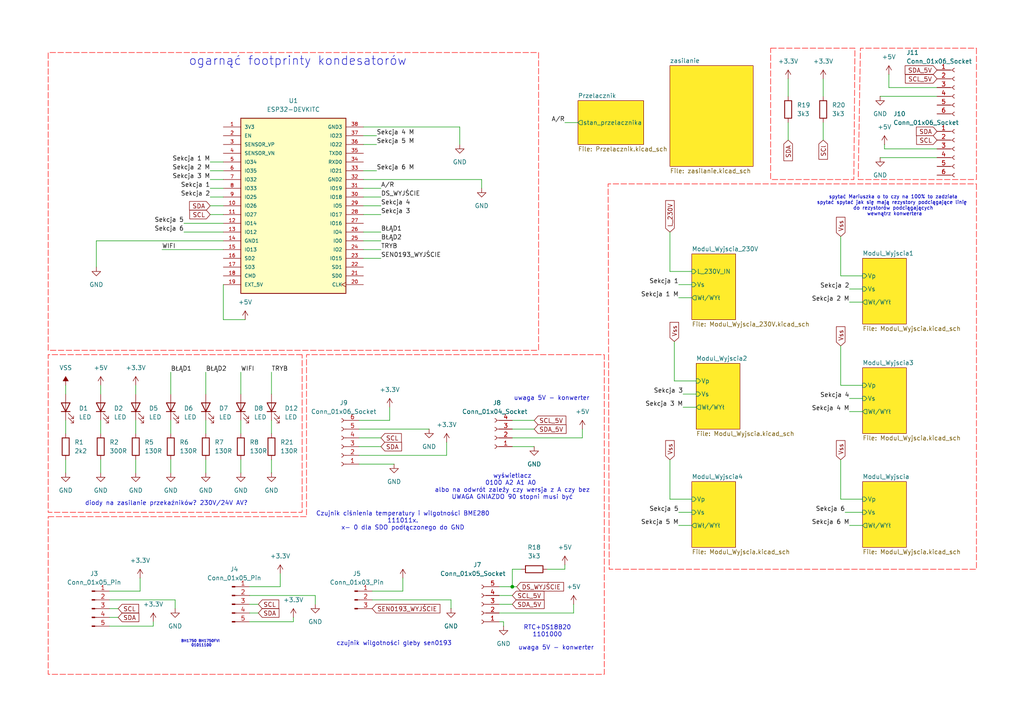
<source format=kicad_sch>
(kicad_sch (version 20250114) (generator "eeschema") (generator_version "9.0")
  (paper "A4")
  (title_block (title "Sterownik podlewania") (comment 1 "Praca inżynierska ") (comment 2 "Filip Gajewski"))
  (lib_symbols
    (symbol "Connector:Conn_01x03_Pin" (pin_names (offset 1.016) (hide yes))
      (property "Reference" "J" (at 0 5.08 0))
      (property "Value" "Conn_01x03_Pin" (at 0 -5.08 0))
      (symbol "Conn_01x03_Pin_1_1"
        (rectangle (start 0.8636 2.667) (end 0 2.413) (stroke (width 0.1524)) (fill (type outline)))
        (rectangle (start 0.8636 0.127) (end 0 -0.127) (stroke (width 0.1524)) (fill (type outline)))
        (rectangle (start 0.8636 -2.413) (end 0 -2.667) (stroke (width 0.1524)) (fill (type outline)))
        (polyline (pts (xy 1.27 2.54) (xy 0.8636 2.54)) (stroke (width 0.1524)))
        (polyline (pts (xy 1.27 0) (xy 0.8636 0)) (stroke (width 0.1524)))
        (polyline (pts (xy 1.27 -2.54) (xy 0.8636 -2.54)) (stroke (width 0.1524)))
        (pin passive line (at 5.08 2.54 180) (length 3.81) (name "Pin_1") (number "1"))
        (pin passive line (at 5.08 0 180) (length 3.81) (name "Pin_2") (number "2"))
        (pin passive line (at 5.08 -2.54 180) (length 3.81) (name "Pin_3") (number "3"))
      )
    )
    (symbol "Connector:Conn_01x04_Socket" (pin_names (offset 1.016) (hide yes))
      (property "Reference" "J" (at 0 5.08 0))
      (property "Value" "Conn_01x04_Socket" (at 0 -7.62 0))
      (symbol "Conn_01x04_Socket_1_1"
        (polyline (pts (xy -1.27 2.54) (xy -0.508 2.54)) (stroke (width 0.1524)))
        (polyline (pts (xy -1.27 0) (xy -0.508 0)) (stroke (width 0.1524)))
        (polyline (pts (xy -1.27 -2.54) (xy -0.508 -2.54)) (stroke (width 0.1524)))
        (polyline (pts (xy -1.27 -5.08) (xy -0.508 -5.08)) (stroke (width 0.1524)))
        (arc (start 0 2.032) (mid -0.5058 2.54) (end 0 3.048) (stroke (width 0.1524)))
        (arc (start 0 -0.508) (mid -0.5058 0) (end 0 0.508) (stroke (width 0.1524)))
        (arc (start 0 -3.048) (mid -0.5058 -2.54) (end 0 -2.032) (stroke (width 0.1524)))
        (arc (start 0 -5.588) (mid -0.5058 -5.08) (end 0 -4.572) (stroke (width 0.1524)))
        (pin passive line (at -5.08 2.54 0) (length 3.81) (name "Pin_1") (number "1"))
        (pin passive line (at -5.08 0 0) (length 3.81) (name "Pin_2") (number "2"))
        (pin passive line (at -5.08 -2.54 0) (length 3.81) (name "Pin_3") (number "3"))
        (pin passive line (at -5.08 -5.08 0) (length 3.81) (name "Pin_4") (number "4"))
      )
    )
    (symbol "Connector:Conn_01x05_Pin" (pin_names (offset 1.016) (hide yes))
      (property "Reference" "J" (at 0 7.62 0))
      (property "Value" "Conn_01x05_Pin" (at 0 -7.62 0))
      (symbol "Conn_01x05_Pin_1_1"
        (rectangle (start 0.8636 5.207) (end 0 4.953) (stroke (width 0.1524)) (fill (type outline)))
        (rectangle (start 0.8636 2.667) (end 0 2.413) (stroke (width 0.1524)) (fill (type outline)))
        (rectangle (start 0.8636 0.127) (end 0 -0.127) (stroke (width 0.1524)) (fill (type outline)))
        (rectangle (start 0.8636 -2.413) (end 0 -2.667) (stroke (width 0.1524)) (fill (type outline)))
        (rectangle (start 0.8636 -4.953) (end 0 -5.207) (stroke (width 0.1524)) (fill (type outline)))
        (polyline (pts (xy 1.27 5.08) (xy 0.8636 5.08)) (stroke (width 0.1524)))
        (polyline (pts (xy 1.27 2.54) (xy 0.8636 2.54)) (stroke (width 0.1524)))
        (polyline (pts (xy 1.27 0) (xy 0.8636 0)) (stroke (width 0.1524)))
        (polyline (pts (xy 1.27 -2.54) (xy 0.8636 -2.54)) (stroke (width 0.1524)))
        (polyline (pts (xy 1.27 -5.08) (xy 0.8636 -5.08)) (stroke (width 0.1524)))
        (pin passive line (at 5.08 5.08 180) (length 3.81) (name "Pin_1") (number "1"))
        (pin passive line (at 5.08 2.54 180) (length 3.81) (name "Pin_2") (number "2"))
        (pin passive line (at 5.08 0 180) (length 3.81) (name "Pin_3") (number "3"))
        (pin passive line (at 5.08 -2.54 180) (length 3.81) (name "Pin_4") (number "4"))
        (pin passive line (at 5.08 -5.08 180) (length 3.81) (name "Pin_5") (number "5"))
      )
    )
    (symbol "Connector:Conn_01x05_Socket" (pin_names (offset 1.016) (hide yes))
      (property "Reference" "J" (at 0 7.62 0))
      (property "Value" "Conn_01x05_Socket" (at 0 -7.62 0))
      (symbol "Conn_01x05_Socket_1_1"
        (polyline (pts (xy -1.27 5.08) (xy -0.508 5.08)) (stroke (width 0.1524)))
        (polyline (pts (xy -1.27 2.54) (xy -0.508 2.54)) (stroke (width 0.1524)))
        (polyline (pts (xy -1.27 0) (xy -0.508 0)) (stroke (width 0.1524)))
        (polyline (pts (xy -1.27 -2.54) (xy -0.508 -2.54)) (stroke (width 0.1524)))
        (polyline (pts (xy -1.27 -5.08) (xy -0.508 -5.08)) (stroke (width 0.1524)))
        (arc (start 0 4.572) (mid -0.5058 5.08) (end 0 5.588) (stroke (width 0.1524)))
        (arc (start 0 2.032) (mid -0.5058 2.54) (end 0 3.048) (stroke (width 0.1524)))
        (arc (start 0 -0.508) (mid -0.5058 0) (end 0 0.508) (stroke (width 0.1524)))
        (arc (start 0 -3.048) (mid -0.5058 -2.54) (end 0 -2.032) (stroke (width 0.1524)))
        (arc (start 0 -5.588) (mid -0.5058 -5.08) (end 0 -4.572) (stroke (width 0.1524)))
        (pin passive line (at -5.08 5.08 0) (length 3.81) (name "Pin_1") (number "1"))
        (pin passive line (at -5.08 2.54 0) (length 3.81) (name "Pin_2") (number "2"))
        (pin passive line (at -5.08 0 0) (length 3.81) (name "Pin_3") (number "3"))
        (pin passive line (at -5.08 -2.54 0) (length 3.81) (name "Pin_4") (number "4"))
        (pin passive line (at -5.08 -5.08 0) (length 3.81) (name "Pin_5") (number "5"))
      )
    )
    (symbol "Connector:Conn_01x06_Socket" (pin_names (offset 1.016) (hide yes))
      (property "Reference" "J" (at 0 7.62 0))
      (property "Value" "Conn_01x06_Socket" (at 0 -10.16 0))
      (symbol "Conn_01x06_Socket_1_1"
        (polyline (pts (xy -1.27 5.08) (xy -0.508 5.08)) (stroke (width 0.1524)))
        (polyline (pts (xy -1.27 2.54) (xy -0.508 2.54)) (stroke (width 0.1524)))
        (polyline (pts (xy -1.27 0) (xy -0.508 0)) (stroke (width 0.1524)))
        (polyline (pts (xy -1.27 -2.54) (xy -0.508 -2.54)) (stroke (width 0.1524)))
        (polyline (pts (xy -1.27 -5.08) (xy -0.508 -5.08)) (stroke (width 0.1524)))
        (polyline (pts (xy -1.27 -7.62) (xy -0.508 -7.62)) (stroke (width 0.1524)))
        (arc (start 0 4.572) (mid -0.5058 5.08) (end 0 5.588) (stroke (width 0.1524)))
        (arc (start 0 2.032) (mid -0.5058 2.54) (end 0 3.048) (stroke (width 0.1524)))
        (arc (start 0 -0.508) (mid -0.5058 0) (end 0 0.508) (stroke (width 0.1524)))
        (arc (start 0 -3.048) (mid -0.5058 -2.54) (end 0 -2.032) (stroke (width 0.1524)))
        (arc (start 0 -5.588) (mid -0.5058 -5.08) (end 0 -4.572) (stroke (width 0.1524)))
        (arc (start 0 -8.128) (mid -0.5058 -7.62) (end 0 -7.112) (stroke (width 0.1524)))
        (pin passive line (at -5.08 5.08 0) (length 3.81) (name "Pin_1") (number "1"))
        (pin passive line (at -5.08 2.54 0) (length 3.81) (name "Pin_2") (number "2"))
        (pin passive line (at -5.08 0 0) (length 3.81) (name "Pin_3") (number "3"))
        (pin passive line (at -5.08 -2.54 0) (length 3.81) (name "Pin_4") (number "4"))
        (pin passive line (at -5.08 -5.08 0) (length 3.81) (name "Pin_5") (number "5"))
        (pin passive line (at -5.08 -7.62 0) (length 3.81) (name "Pin_6") (number "6"))
      )
    )
    (symbol "Device:LED" (pin_numbers (hide yes)) (pin_names (offset 1.016) (hide yes))
      (property "Reference" "D" (at 0 2.54 0))
      (property "Value" "LED" (at 0 -2.54 0))
      (symbol "LED_0_1"
        (polyline (pts (xy -3.048 -0.762) (xy -4.572 -2.286) (xy -3.81 -2.286) (xy -4.572 -2.286) (xy -4.572 -1.524)))
        (polyline (pts (xy -1.778 -0.762) (xy -3.302 -2.286) (xy -2.54 -2.286) (xy -3.302 -2.286) (xy -3.302 -1.524)))
        (polyline (pts (xy -1.27 0) (xy 1.27 0)))
        (polyline (pts (xy -1.27 -1.27) (xy -1.27 1.27)) (stroke (width 0.254)))
        (polyline (pts (xy 1.27 -1.27) (xy 1.27 1.27) (xy -1.27 0) (xy 1.27 -1.27)) (stroke (width 0.254)))
      )
      (symbol "LED_1_1"
        (pin passive line (at -3.81 0 0) (length 2.54) (name "K") (number "1"))
        (pin passive line (at 3.81 0 180) (length 2.54) (name "A") (number "2"))
      )
    )
    (symbol "Device:R" (pin_numbers (hide yes)) (pin_names (offset 0))
      (property "Reference" "R" (at 2.032 0 90))
      (property "Value" "R" (at 0 0 90))
      (symbol "R_0_1"
        (rectangle (start -1.016 -2.54) (end 1.016 2.54) (stroke (width 0.254)))
      )
      (symbol "R_1_1"
        (pin passive line (at 0 3.81 270) (length 1.27) (name "~") (number "1"))
        (pin passive line (at 0 -3.81 90) (length 1.27) (name "~") (number "2"))
      )
    )
    (symbol "power:+3.3V" (power) (pin_numbers (hide yes)) (pin_names (offset 0) (hide yes))
      (property "Value" "+3.3V" (at 0 3.556 0))
      (symbol "+3.3V_0_1"
        (polyline (pts (xy -0.762 1.27) (xy 0 2.54)))
        (polyline (pts (xy 0 2.54) (xy 0.762 1.27)))
        (polyline (pts (xy 0 0) (xy 0 2.54)))
      )
      (symbol "+3.3V_1_1"
        (pin power_in line (at 0 0 90) (length 0) (name "~") (number "1"))
      )
    )
    (symbol "power:+5V" (power) (pin_numbers (hide yes)) (pin_names (offset 0) (hide yes))
      (property "Value" "+5V" (at 0 3.556 0))
      (symbol "+5V_0_1"
        (polyline (pts (xy -0.762 1.27) (xy 0 2.54)))
        (polyline (pts (xy 0 2.54) (xy 0.762 1.27)))
        (polyline (pts (xy 0 0) (xy 0 2.54)))
      )
      (symbol "+5V_1_1"
        (pin power_in line (at 0 0 90) (length 0) (name "~") (number "1"))
      )
    )
    (symbol "power:GND" (power) (pin_numbers (hide yes)) (pin_names (offset 0) (hide yes))
      (property "Value" "GND" (at 0 -3.81 0))
      (symbol "GND_0_1"
        (polyline (pts (xy 0 0) (xy 0 -1.27) (xy 1.27 -1.27) (xy 0 -2.54) (xy -1.27 -1.27) (xy 0 -1.27)))
      )
      (symbol "GND_1_1"
        (pin power_in line (at 0 0 270) (length 0) (name "~") (number "1"))
      )
    )
    (symbol "power:VSS" (power) (pin_numbers (hide yes)) (pin_names (offset 0) (hide yes))
      (property "Value" "VSS" (at 0 3.556 0))
      (symbol "VSS_0_1"
        (polyline (pts (xy 0 0) (xy 0 2.54)))
        (polyline (pts (xy 0.762 1.27) (xy -0.762 1.27) (xy 0 2.54) (xy 0.762 1.27)) (fill (type outline)))
      )
      (symbol "VSS_1_1"
        (pin power_in line (at 0 0 90) (length 0) (name "~") (number "1"))
      )
    )
    (symbol "symbols:ESP32-DEVKITC" (pin_names (offset 1.016))
      (property "Reference" "U" (at -15.2572 26.0643 0))
      (property "Value" "ESP32-DEVKITC" (at -15.2563 -27.9698 0))
      (symbol "ESP32-DEVKITC_0_0"
        (rectangle (start -15.24 -25.4) (end 15.24 25.4) (stroke (width 0.254)) (fill (type background)))
        (pin power_in line (at -20.32 22.86 0) (length 5.08) (name "3V3") (number "1"))
        (pin input line (at -20.32 20.32 0) (length 5.08) (name "EN") (number "2"))
        (pin input line (at -20.32 17.78 0) (length 5.08) (name "SENSOR_VP") (number "3"))
        (pin input line (at -20.32 15.24 0) (length 5.08) (name "SENSOR_VN") (number "4"))
        (pin bidirectional line (at -20.32 12.7 0) (length 5.08) (name "IO34") (number "5"))
        (pin bidirectional line (at -20.32 10.16 0) (length 5.08) (name "IO35") (number "6"))
        (pin bidirectional line (at -20.32 7.62 0) (length 5.08) (name "IO32") (number "7"))
        (pin bidirectional line (at -20.32 5.08 0) (length 5.08) (name "IO33") (number "8"))
        (pin bidirectional line (at -20.32 2.54 0) (length 5.08) (name "IO25") (number "9"))
        (pin bidirectional line (at -20.32 0 0) (length 5.08) (name "IO26") (number "10"))
        (pin bidirectional line (at -20.32 -2.54 0) (length 5.08) (name "IO27") (number "11"))
        (pin bidirectional line (at -20.32 -5.08 0) (length 5.08) (name "IO14") (number "12"))
        (pin bidirectional line (at -20.32 -7.62 0) (length 5.08) (name "IO12") (number "13"))
        (pin power_in line (at -20.32 -10.16 0) (length 5.08) (name "GND1") (number "14"))
        (pin bidirectional line (at -20.32 -12.7 0) (length 5.08) (name "IO13") (number "15"))
        (pin bidirectional line (at -20.32 -15.24 0) (length 5.08) (name "SD2") (number "16"))
        (pin bidirectional line (at -20.32 -17.78 0) (length 5.08) (name "SD3") (number "17"))
        (pin bidirectional line (at -20.32 -20.32 0) (length 5.08) (name "CMD") (number "18"))
        (pin power_in line (at -20.32 -22.86 0) (length 5.08) (name "EXT_5V") (number "19"))
        (pin power_in line (at 20.32 22.86 180) (length 5.08) (name "GND3") (number "38"))
        (pin bidirectional line (at 20.32 20.32 180) (length 5.08) (name "IO23") (number "37"))
        (pin bidirectional line (at 20.32 17.78 180) (length 5.08) (name "IO22") (number "36"))
        (pin output line (at 20.32 15.24 180) (length 5.08) (name "TXD0") (number "35"))
        (pin input line (at 20.32 12.7 180) (length 5.08) (name "RXD0") (number "34"))
        (pin bidirectional line (at 20.32 10.16 180) (length 5.08) (name "IO21") (number "33"))
        (pin power_in line (at 20.32 7.62 180) (length 5.08) (name "GND2") (number "32"))
        (pin bidirectional line (at 20.32 5.08 180) (length 5.08) (name "IO19") (number "31"))
        (pin bidirectional line (at 20.32 2.54 180) (length 5.08) (name "IO18") (number "30"))
        (pin bidirectional line (at 20.32 0 180) (length 5.08) (name "IO5") (number "29"))
        (pin bidirectional line (at 20.32 -2.54 180) (length 5.08) (name "IO17") (number "28"))
        (pin bidirectional line (at 20.32 -5.08 180) (length 5.08) (name "IO16") (number "27"))
        (pin bidirectional line (at 20.32 -7.62 180) (length 5.08) (name "IO4") (number "26"))
        (pin bidirectional line (at 20.32 -10.16 180) (length 5.08) (name "IO0") (number "25"))
        (pin bidirectional line (at 20.32 -12.7 180) (length 5.08) (name "IO2") (number "24"))
        (pin bidirectional line (at 20.32 -15.24 180) (length 5.08) (name "IO15") (number "23"))
        (pin bidirectional line (at 20.32 -17.78 180) (length 5.08) (name "SD1") (number "22"))
        (pin bidirectional line (at 20.32 -20.32 180) (length 5.08) (name "SD0") (number "21"))
        (pin input clock (at 20.32 -22.86 180) (length 5.08) (name "CLK") (number "20"))
      )
    )
  )
  (text "ogarnąć footprinty kondesatorów" (at 86.36 17.78 0) (effects (font (size 2.54 2.54))))
  (text "uwaga 5V - konwerter\n" (at 160.02 115.57 0) (effects (font (size 1.27 1.27))))
  (text "czujnik wilgotności gleby sen0193\n" (at 114.3 186.69 0) (effects (font (size 1.27 1.27))))
  (text "diody na zasilanie przekaźników? 230V/24V AV?" (at 48.26 146.05 0) (effects (font (size 1.27 1.27))))
  (text "spytać Mariuszka o to czy na 100% to zadziała\nspytać spytać jak się mają rezystory podciągające linię \ndo rezystorów podciągających\n wewnątrz konwertera" (at 259.08 59.69 0) (effects (font (size 1.016 1.016))))
  (text "BH1750 BH1750FVI \n01011100" (at 58.42 186.69 0) (effects (font (size 0.762 0.762))))
  (text "wyświetlacz\n0100 A2 A1 A0 \nalbo na odwrót zależy czy wersja z A czy bez\nUWAGA GNIAZDO 90 stopni musi być\n\n" (at 148.59 142.24 0) (effects (font (size 1.27 1.27))))
  (text "Czujnik ciśnienia temperatury i wilgotności BME280\n111011x.\nx- 0 dla SDO podłączonego do GND\n" (at 116.84 151.13 0) (effects (font (size 1.27 1.27))))
  (text "uwaga 5V - konwerter\n" (at 161.29 187.96 0) (effects (font (size 1.27 1.27))))
  (text "RTC+DS18B20\n1101000\n\n" (at 158.75 184.15 0) (effects (font (size 1.27 1.27))))
  (junction (at 148.59 170.18))
  (wire (pts (xy 31.75 176.53) (xy 34.29 176.53)))
  (wire (pts (xy 53.34 67.31) (xy 64.77 67.31)))
  (wire (pts (xy 148.59 165.1) (xy 148.59 170.18)))
  (wire (pts (xy 255.27 45.72) (xy 271.78 45.72)))
  (wire (pts (xy 19.05 121.92) (xy 19.05 125.73)))
  (wire (pts (xy 59.69 121.92) (xy 59.69 125.73)))
  (wire (pts (xy 196.85 86.36) (xy 200.66 86.36)))
  (wire (pts (xy 105.41 57.15) (xy 110.49 57.15)))
  (wire (pts (xy 60.96 57.15) (xy 64.77 57.15)))
  (wire (pts (xy 194.31 78.74) (xy 194.31 67.31)))
  (wire (pts (xy 85.09 180.34) (xy 85.09 179.07)))
  (wire (pts (xy 39.37 121.92) (xy 39.37 125.73)))
  (wire (pts (xy 148.59 170.18) (xy 144.78 170.18)))
  (wire (pts (xy 130.81 173.99) (xy 107.95 173.99)))
  (wire (pts (xy 148.59 127) (xy 168.91 127)))
  (wire (pts (xy 148.59 175.26) (xy 144.78 175.26)))
  (wire (pts (xy 27.94 69.85) (xy 27.94 77.47)))
  (wire (pts (xy 113.03 121.92) (xy 104.14 121.92)))
  (wire (pts (xy 116.84 167.64) (xy 116.84 171.45)))
  (wire (pts (xy 256.54 41.91) (xy 256.54 43.18)))
  (wire (pts (xy 109.22 49.53) (xy 105.41 49.53)))
  (wire (pts (xy 196.85 152.4) (xy 200.66 152.4)))
  (wire (pts (xy 19.05 111.76) (xy 19.05 114.3)))
  (wire (pts (xy 255.27 27.94) (xy 271.78 27.94)))
  (wire (pts (xy 246.38 115.57) (xy 250.19 115.57)))
  (wire (pts (xy 168.91 124.46) (xy 168.91 127)))
  (wire (pts (xy 81.28 170.18) (xy 72.39 170.18)))
  (wire (pts (xy 91.44 172.72) (xy 72.39 172.72)))
  (wire (pts (xy 104.14 127) (xy 110.49 127)))
  (wire (pts (xy 113.03 118.11) (xy 113.03 121.92)))
  (wire (pts (xy 109.22 39.37) (xy 105.41 39.37)))
  (wire (pts (xy 238.76 35.56) (xy 238.76 40.64)))
  (wire (pts (xy 243.84 80.01) (xy 243.84 68.58)))
  (wire (pts (xy 228.6 35.56) (xy 228.6 40.64)))
  (wire (pts (xy 91.44 175.26) (xy 91.44 172.72)))
  (wire (pts (xy 105.41 69.85) (xy 110.49 69.85)))
  (wire (pts (xy 40.64 167.64) (xy 40.64 171.45)))
  (wire (pts (xy 105.41 62.23) (xy 110.49 62.23)))
  (wire (pts (xy 31.75 179.07) (xy 34.29 179.07)))
  (wire (pts (xy 246.38 152.4) (xy 250.19 152.4)))
  (wire (pts (xy 245.11 148.59) (xy 250.19 148.59)))
  (wire (pts (xy 71.12 92.71) (xy 64.77 92.71)))
  (wire (pts (xy 78.74 121.92) (xy 78.74 125.73)))
  (wire (pts (xy 105.41 74.93) (xy 110.49 74.93)))
  (wire (pts (xy 148.59 172.72) (xy 144.78 172.72)))
  (wire (pts (xy 81.28 166.37) (xy 81.28 170.18)))
  (wire (pts (xy 238.76 22.86) (xy 238.76 27.94)))
  (wire (pts (xy 39.37 111.76) (xy 39.37 114.3)))
  (wire (pts (xy 109.22 41.91) (xy 105.41 41.91)))
  (wire (pts (xy 104.14 134.62) (xy 114.3 134.62)))
  (wire (pts (xy 104.14 132.08) (xy 129.54 132.08)))
  (wire (pts (xy 246.38 83.82) (xy 250.19 83.82)))
  (wire (pts (xy 40.64 171.45) (xy 31.75 171.45)))
  (wire (pts (xy 78.74 137.16) (xy 78.74 133.35)))
  (wire (pts (xy 148.59 129.54) (xy 154.94 129.54)))
  (wire (pts (xy 104.14 124.46) (xy 124.46 124.46)))
  (wire (pts (xy 29.21 137.16) (xy 29.21 133.35)))
  (wire (pts (xy 49.53 121.92) (xy 49.53 125.73)))
  (wire (pts (xy 228.6 22.86) (xy 228.6 27.94)))
  (wire (pts (xy 59.69 137.16) (xy 59.69 133.35)))
  (wire (pts (xy 29.21 121.92) (xy 29.21 125.73)))
  (wire (pts (xy 105.41 54.61) (xy 110.49 54.61)))
  (wire (pts (xy 46.99 72.39) (xy 64.77 72.39)))
  (wire (pts (xy 196.85 82.55) (xy 200.66 82.55)))
  (wire (pts (xy 59.69 107.95) (xy 59.69 114.3)))
  (wire (pts (xy 44.45 181.61) (xy 44.45 180.34)))
  (wire (pts (xy 246.38 87.63) (xy 250.19 87.63)))
  (wire (pts (xy 19.05 137.16) (xy 19.05 133.35)))
  (wire (pts (xy 60.96 49.53) (xy 64.77 49.53)))
  (wire (pts (xy 146.05 181.61) (xy 146.05 180.34)))
  (wire (pts (xy 72.39 177.8) (xy 74.93 177.8)))
  (wire (pts (xy 163.83 163.83) (xy 163.83 165.1)))
  (wire (pts (xy 49.53 137.16) (xy 49.53 133.35)))
  (wire (pts (xy 148.59 124.46) (xy 154.94 124.46)))
  (wire (pts (xy 250.19 144.78) (xy 243.84 144.78)))
  (wire (pts (xy 72.39 175.26) (xy 74.93 175.26)))
  (wire (pts (xy 60.96 52.07) (xy 64.77 52.07)))
  (wire (pts (xy 39.37 137.16) (xy 39.37 133.35)))
  (wire (pts (xy 105.41 52.07) (xy 139.7 52.07)))
  (wire (pts (xy 130.81 176.53) (xy 130.81 173.99)))
  (wire (pts (xy 105.41 59.69) (xy 110.49 59.69)))
  (wire (pts (xy 50.8 176.53) (xy 50.8 173.99)))
  (wire (pts (xy 250.19 80.01) (xy 243.84 80.01)))
  (wire (pts (xy 60.96 59.69) (xy 64.77 59.69)))
  (wire (pts (xy 144.78 177.8) (xy 166.37 177.8)))
  (wire (pts (xy 200.66 78.74) (xy 194.31 78.74)))
  (wire (pts (xy 139.7 54.61) (xy 139.7 52.07)))
  (wire (pts (xy 105.41 72.39) (xy 110.49 72.39)))
  (wire (pts (xy 250.19 111.76) (xy 243.84 111.76)))
  (wire (pts (xy 116.84 171.45) (xy 107.95 171.45)))
  (wire (pts (xy 64.77 92.71) (xy 64.77 82.55)))
  (wire (pts (xy 256.54 43.18) (xy 271.78 43.18)))
  (wire (pts (xy 69.85 137.16) (xy 69.85 133.35)))
  (wire (pts (xy 69.85 121.92) (xy 69.85 125.73)))
  (wire (pts (xy 129.54 128.27) (xy 129.54 132.08)))
  (wire (pts (xy 148.59 170.18) (xy 149.86 170.18)))
  (wire (pts (xy 78.74 107.95) (xy 78.74 114.3)))
  (wire (pts (xy 257.81 21.59) (xy 257.81 25.4)))
  (wire (pts (xy 29.21 111.76) (xy 29.21 114.3)))
  (wire (pts (xy 69.85 107.95) (xy 69.85 114.3)))
  (wire (pts (xy 196.85 148.59) (xy 200.66 148.59)))
  (wire (pts (xy 158.75 165.1) (xy 163.83 165.1)))
  (wire (pts (xy 60.96 54.61) (xy 64.77 54.61)))
  (wire (pts (xy 104.14 129.54) (xy 110.49 129.54)))
  (wire (pts (xy 27.94 69.85) (xy 64.77 69.85)))
  (wire (pts (xy 166.37 175.26) (xy 166.37 177.8)))
  (wire (pts (xy 49.53 107.95) (xy 49.53 114.3)))
  (wire (pts (xy 148.59 165.1) (xy 151.13 165.1)))
  (wire (pts (xy 133.35 41.91) (xy 133.35 36.83)))
  (wire (pts (xy 195.58 110.49) (xy 195.58 99.06)))
  (wire (pts (xy 105.41 36.83) (xy 133.35 36.83)))
  (wire (pts (xy 257.81 25.4) (xy 271.78 25.4)))
  (wire (pts (xy 60.96 62.23) (xy 64.77 62.23)))
  (wire (pts (xy 194.31 144.78) (xy 194.31 133.35)))
  (wire (pts (xy 243.84 144.78) (xy 243.84 133.35)))
  (wire (pts (xy 198.12 114.3) (xy 201.93 114.3)))
  (wire (pts (xy 72.39 180.34) (xy 85.09 180.34)))
  (wire (pts (xy 53.34 64.77) (xy 64.77 64.77)))
  (wire (pts (xy 31.75 181.61) (xy 44.45 181.61)))
  (wire (pts (xy 60.96 46.99) (xy 64.77 46.99)))
  (wire (pts (xy 148.59 121.92) (xy 154.94 121.92)))
  (wire (pts (xy 246.38 119.38) (xy 250.19 119.38)))
  (wire (pts (xy 201.93 110.49) (xy 195.58 110.49)))
  (wire (pts (xy 198.12 118.11) (xy 201.93 118.11)))
  (wire (pts (xy 200.66 144.78) (xy 194.31 144.78)))
  (wire (pts (xy 146.05 180.34) (xy 144.78 180.34)))
  (wire (pts (xy 50.8 173.99) (xy 31.75 173.99)))
  (wire (pts (xy 243.84 111.76) (xy 243.84 100.33)))
  (wire (pts (xy 163.83 35.56) (xy 167.64 35.56)))
  (wire (pts (xy 105.41 67.31) (xy 110.49 67.31)))
  (label "Sekcja 2 M" (at 60.96 49.53 180))
  (label "A{slash}R" (at 110.49 54.61 0))
  (label "Sekcja 6" (at 245.11 148.59 180))
  (label "Sekcja 4 M" (at 246.38 119.38 180))
  (label "A{slash}R" (at 163.83 35.56 180))
  (label "BŁĄD1" (at 110.49 67.31 0))
  (label "Sekcja 1" (at 60.96 54.61 180))
  (label "Sekcja 1 M" (at 60.96 46.99 180))
  (label "Sekcja 6" (at 53.34 67.31 180))
  (label "BŁĄD2" (at 110.49 69.85 0))
  (label "Sekcja 3 M" (at 198.12 118.11 180))
  (label "Sekcja 5" (at 196.85 148.59 180))
  (label "Sekcja 5" (at 53.34 64.77 180))
  (label "Sekcja 6 M" (at 109.22 49.53 0))
  (label "Sekcja 2" (at 60.96 57.15 180))
  (label "Sekcja 6 M" (at 246.38 152.4 180))
  (label "BŁĄD1" (at 49.53 107.95 0))
  (label "Sekcja 3 M" (at 60.96 52.07 180))
  (label "Sekcja 2" (at 246.38 83.82 180))
  (label "Sekcja 4 M" (at 109.22 39.37 0))
  (label "Sekcja 5 M" (at 109.22 41.91 0))
  (label "SEN0193_WYJŚCIE" (at 110.49 74.93 0))
  (label "DS_WYJŚCIE" (at 110.49 57.15 0))
  (label "BŁĄD2" (at 59.69 107.95 0))
  (label "Sekcja 4" (at 110.49 59.69 0))
  (label "Sekcja 2 M" (at 246.38 87.63 180))
  (label "Sekcja 4" (at 246.38 115.57 180))
  (label "WIFI" (at 69.85 107.95 0))
  (label "Sekcja 3" (at 198.12 114.3 180))
  (label "WIFI" (at 46.99 72.39 0))
  (label "TRYB" (at 110.49 72.39 0))
  (label "TRYB" (at 78.74 107.95 0))
  (label "Sekcja 3" (at 110.49 62.23 0))
  (label "Sekcja 1" (at 196.85 82.55 180))
  (label "Sekcja 1 M" (at 196.85 86.36 180))
  (label "Sekcja 5 M" (at 196.85 152.4 180))
  (global_label "Vss" (shape input) (at 243.84 68.58 90) (property "Intersheetrefs" "${INTERSHEET_REFS}" (effects (hide yes))))
  (global_label "SCL_5V" (shape input) (at 271.78 22.86 180) (property "Intersheetrefs" "${INTERSHEET_REFS}" (effects (hide yes))))
  (global_label "SCL" (shape input) (at 60.96 62.23 180) (property "Intersheetrefs" "${INTERSHEET_REFS}" (effects (hide yes))))
  (global_label "Vss" (shape input) (at 195.58 99.06 90) (property "Intersheetrefs" "${INTERSHEET_REFS}" (effects (hide yes))))
  (global_label "SDA" (shape input) (at 228.6 40.64 270) (property "Intersheetrefs" "${INTERSHEET_REFS}" (effects (hide yes))))
  (global_label "SDA" (shape input) (at 271.78 38.1 180) (property "Intersheetrefs" "${INTERSHEET_REFS}" (effects (hide yes))))
  (global_label "SDA_5V" (shape input) (at 271.78 20.32 180) (property "Intersheetrefs" "${INTERSHEET_REFS}" (effects (hide yes))))
  (global_label "SDA" (shape input) (at 74.93 177.8 0) (property "Intersheetrefs" "${INTERSHEET_REFS}" (effects (hide yes))))
  (global_label "SCL" (shape input) (at 34.29 176.53 0) (property "Intersheetrefs" "${INTERSHEET_REFS}" (effects (hide yes))))
  (global_label "Vss" (shape input) (at 243.84 100.33 90) (property "Intersheetrefs" "${INTERSHEET_REFS}" (effects (hide yes))))
  (global_label "SCL_5V" (shape input) (at 154.94 121.92 0) (property "Intersheetrefs" "${INTERSHEET_REFS}" (effects (hide yes))))
  (global_label "SCL" (shape input) (at 110.49 127 0) (property "Intersheetrefs" "${INTERSHEET_REFS}" (effects (hide yes))))
  (global_label "SDA_5V" (shape input) (at 154.94 124.46 0) (property "Intersheetrefs" "${INTERSHEET_REFS}" (effects (hide yes))))
  (global_label "SDA" (shape input) (at 60.96 59.69 180) (property "Intersheetrefs" "${INTERSHEET_REFS}" (effects (hide yes))))
  (global_label "SDA_5V" (shape input) (at 148.59 175.26 0) (property "Intersheetrefs" "${INTERSHEET_REFS}" (effects (hide yes))))
  (global_label "SCL_5V" (shape input) (at 148.59 172.72 0) (property "Intersheetrefs" "${INTERSHEET_REFS}" (effects (hide yes))))
  (global_label "SCl" (shape input) (at 238.76 40.64 270) (property "Intersheetrefs" "${INTERSHEET_REFS}" (effects (hide yes))))
  (global_label "SCL" (shape input) (at 74.93 175.26 0) (property "Intersheetrefs" "${INTERSHEET_REFS}" (effects (hide yes))))
  (global_label "L_230V" (shape input) (at 194.31 67.31 90) (property "Intersheetrefs" "${INTERSHEET_REFS}" (effects (hide yes))))
  (global_label "SDA" (shape input) (at 34.29 179.07 0) (property "Intersheetrefs" "${INTERSHEET_REFS}" (effects (hide yes))))
  (global_label "SDA" (shape input) (at 110.49 129.54 0) (property "Intersheetrefs" "${INTERSHEET_REFS}" (effects (hide yes))))
  (global_label "SCL" (shape input) (at 271.78 40.64 180) (property "Intersheetrefs" "${INTERSHEET_REFS}" (effects (hide yes))))
  (global_label "Vss" (shape input) (at 243.84 133.35 90) (property "Intersheetrefs" "${INTERSHEET_REFS}" (effects (hide yes))))
  (global_label "SEN0193_WYJŚCIE" (shape input) (at 107.95 176.53 0) (property "Intersheetrefs" "${INTERSHEET_REFS}" (effects (hide yes))))
  (global_label "Vss" (shape input) (at 194.31 133.35 90) (property "Intersheetrefs" "${INTERSHEET_REFS}" (effects (hide yes))))
  (global_label "DS_WYJŚCIE" (shape input) (at 149.86 170.18 0) (property "Intersheetrefs" "${INTERSHEET_REFS}" (effects (hide yes))))
  (rule_area (polyline (pts (xy 223.52 13.97) (xy 247.9675 13.97) (xy 247.65 52.07) (xy 223.52 52.07)) (stroke (width 0) (type dash))))
  (rule_area (polyline (pts (xy 87.63 102.87) (xy 13.97 102.87) (xy 13.97 148.59) (xy 87.63 148.59)) (stroke (width 0) (type dash))))
  (rule_area (polyline (pts (xy 156.21 15.24) (xy 156.21 21.59) (xy 156.21 93.98) (xy 156.21 101.6) (xy 45.085 101.6) (xy 13.97 101.6) (xy 13.97 15.24)) (stroke (width 0) (type dash))))
  (rule_area (polyline (pts (xy 283.21 53.34) (xy 283.21 165.1) (xy 176.6887 165.1) (xy 176.3712 53.34)) (stroke (width 0) (type dash))))
  (rule_area (polyline (pts (xy 283.21 13.97) (xy 283.21 52.07) (xy 248.92 52.07) (xy 249.555 13.97)) (stroke (width 0) (type dash))))
  (rule_area (polyline (pts (xy 13.97 149.86) (xy 88.9 149.86) (xy 88.9 102.87) (xy 175.26 102.87) (xy 175.26 195.58) (xy 13.97 195.58)) (stroke (width 0) (type dash))))
  (symbol (lib_id "power:GND") (at 139.7 54.61 0) (unit 1)
    (property "Reference" "#PWR02" (effects (hide yes)))
    (property "Value" "GND" (at 139.7 59.69 0))
    (property "Description" "Power symbol creates a global label with name \"GND\" , ground" (effects (hide yes)))
  )
  (symbol (lib_id "power:+3.3V") (at 116.84 167.64 0) (unit 1)
    (property "Reference" "#PWR025" (effects (hide yes)))
    (property "Value" "+3.3V" (effects (hide yes)))
    (property "Description" "Power symbol creates a global label with name \"+3.3V\"" (effects (hide yes)))
  )
  (symbol (lib_id "Connector:Conn_01x03_Pin") (at 102.87 173.99 0) (unit 1)
    (property "Reference" "J5" (at 103.505 166.37 0))
    (property "Value" "Conn_01x03_Pin" (at 103.505 168.91 0))
    (property "Footprint" "Connector_Harwin:Harwin_M20-89004xx_1x04_P2.54mm_Horizontal" (effects (hide yes)))
    (property "Description" "Generic connector, single row, 01x03, script generated" (effects (hide yes)))
  )
  (symbol (lib_id "power:GND") (at 130.81 176.53 0) (unit 1)
    (property "Reference" "#PWR026" (effects (hide yes)))
    (property "Value" "GND" (at 130.81 181.61 0))
    (property "Description" "Power symbol creates a global label with name \"GND\" , ground" (effects (hide yes)))
  )
  (symbol (lib_id "power:+3.3V") (at 39.37 111.76 0) (unit 1)
    (property "Reference" "#PWR033" (effects (hide yes)))
    (property "Value" "+3.3V" (at 39.37 106.68 0))
    (property "Description" "Power symbol creates a global label with name \"+3.3V\"" (effects (hide yes)))
  )
  (symbol (lib_id "power:+3.3V") (at 238.76 22.86 0) (unit 1)
    (property "Reference" "#PWR055" (effects (hide yes)))
    (property "Value" "+3.3V" (at 238.76 17.78 0))
    (property "Description" "Power symbol creates a global label with name \"+3.3V\"" (effects (hide yes)))
  )
  (symbol (lib_id "Device:LED") (at 59.69 118.11 90) (unit 1)
    (property "Reference" "D7" (at 63.5 118.4274 90) (effects (justify right)))
    (property "Value" "LED" (at 63.5 120.9674 90) (effects (justify right)))
    (property "Footprint" "LED_SMD:LED_1206_3216Metric" (effects (hide yes)))
    (property "Description" "Light emitting diode" (effects (hide yes)))
    (property "Sim.Pins" "1=K 2=A" (effects (hide yes)))
  )
  (symbol (lib_id "power:+5V") (at 256.54 41.91 0) (unit 1)
    (property "Reference" "#PWR059" (effects (hide yes)))
    (property "Value" "+5V" (at 256.54 36.83 0))
    (property "Description" "Power symbol creates a global label with name \"+5V\"" (effects (hide yes)))
  )
  (symbol (lib_id "power:GND") (at 59.69 137.16 0) (unit 1)
    (property "Reference" "#PWR018" (effects (hide yes)))
    (property "Value" "GND" (at 59.69 142.24 0))
    (property "Description" "Power symbol creates a global label with name \"GND\" , ground" (effects (hide yes)))
  )
  (symbol (lib_id "power:VSS") (at 19.05 111.76 0) (unit 1)
    (property "Reference" "#PWR031" (effects (hide yes)))
    (property "Value" "VSS" (at 19.05 106.68 0))
    (property "Description" "Power symbol creates a global label with name \"VSS\"" (effects (hide yes)))
  )
  (symbol (lib_id "Connector:Conn_01x06_Socket") (at 276.86 43.18 0) (unit 1)
    (property "Reference" "J10" (at 259.08 33.02 0) (effects (justify left)))
    (property "Value" "Conn_01x06_Socket" (at 259.08 35.56 0) (effects (justify left)))
    (property "Footprint" "Connector_Harwin:Harwin_M20-89006xx_1x06_P2.54mm_Horizontal" (effects (hide yes)))
    (property "Description" "Generic connector, single row, 01x06, script generated" (effects (hide yes)))
  )
  (symbol (lib_id "power:+3.3V") (at 228.6 22.86 0) (unit 1)
    (property "Reference" "#PWR054" (effects (hide yes)))
    (property "Value" "+3.3V" (at 228.6 17.78 0))
    (property "Description" "Power symbol creates a global label with name \"+3.3V\"" (effects (hide yes)))
  )
  (symbol (lib_id "Connector:Conn_01x05_Socket") (at 139.7 175.26 180) (unit 1)
    (property "Reference" "J7" (at 138.43 163.83 0))
    (property "Value" "Conn_01x05_Socket" (at 137.16 166.37 0))
    (property "Description" "Generic connector, single row, 01x05, script generated" (effects (hide yes)))
  )
  (symbol (lib_id "Connector:Conn_01x04_Socket") (at 143.51 127 180) (unit 1)
    (property "Reference" "J8" (at 144.145 116.84 0))
    (property "Value" "Conn_01x04_Socket" (at 143.51 119.38 0))
    (property "Footprint" "Connector_Harwin:Harwin_M20-89006xx_1x06_P2.54mm_Horizontal" (effects (hide yes)))
    (property "Description" "Generic connector, single row, 01x04, script generated" (effects (hide yes)))
  )
  (symbol (lib_id "power:+5V") (at 257.81 21.59 0) (unit 1)
    (property "Reference" "#PWR056" (effects (hide yes)))
    (property "Value" "+5V" (at 257.81 16.51 0))
    (property "Description" "Power symbol creates a global label with name \"+5V\"" (effects (hide yes)))
  )
  (symbol (lib_id "power:GND") (at 91.44 175.26 0) (unit 1)
    (property "Reference" "#PWR024" (effects (hide yes)))
    (property "Value" "GND" (at 91.44 180.34 0))
    (property "Description" "Power symbol creates a global label with name \"GND\" , ground" (effects (hide yes)))
  )
  (symbol (lib_id "power:GND") (at 146.05 181.61 0) (unit 1)
    (property "Reference" "#PWR027" (effects (hide yes)))
    (property "Value" "GND" (at 146.05 186.69 0))
    (property "Description" "Power symbol creates a global label with name \"GND\" , ground" (effects (hide yes)))
  )
  (symbol (lib_id "Device:R") (at 154.94 165.1 90) (unit 1)
    (property "Reference" "R18" (at 154.94 158.75 90))
    (property "Value" "3k3" (at 154.94 161.29 90))
    (property "Footprint" "Resistor_SMD:R_1206_3216Metric" (effects (hide yes)))
    (property "Description" "Resistor" (effects (hide yes)))
  )
  (symbol (lib_id "Device:R") (at 78.74 129.54 0) (unit 1)
    (property "Reference" "R21" (at 81.28 128.2699 0) (effects (justify left)))
    (property "Value" "130R" (at 81.28 130.8099 0) (effects (justify left)))
    (property "Footprint" "Resistor_SMD:R_1206_3216Metric" (effects (hide yes)))
    (property "Description" "Resistor" (effects (hide yes)))
  )
  (symbol (lib_id "power:+5V") (at 168.91 124.46 0) (unit 1)
    (property "Reference" "#PWR051" (effects (hide yes)))
    (property "Value" "+5V" (at 168.91 119.38 0))
    (property "Description" "Power symbol creates a global label with name \"+5V\"" (effects (hide yes)))
  )
  (symbol (lib_id "power:+3.3V") (at 129.54 128.27 0) (unit 1)
    (property "Reference" "#PWR048" (effects (hide yes)))
    (property "Value" "+3.3V" (at 129.54 123.19 0))
    (property "Description" "Power symbol creates a global label with name \"+3.3V\"" (effects (hide yes)))
  )
  (symbol (lib_id "power:+3.3V") (at 40.64 167.64 0) (unit 1)
    (property "Reference" "#PWR04" (effects (hide yes)))
    (property "Value" "+3.3V" (at 40.64 162.56 0))
    (property "Description" "Power symbol creates a global label with name \"+3.3V\"" (effects (hide yes)))
  )
  (symbol (lib_id "Device:R") (at 238.76 31.75 0) (unit 1)
    (property "Reference" "R20" (at 241.3 30.4799 0) (effects (justify left)))
    (property "Value" "3k3" (at 241.3 33.0199 0) (effects (justify left)))
    (property "Footprint" "Resistor_SMD:R_1206_3216Metric" (effects (hide yes)))
    (property "Description" "Resistor" (effects (hide yes)))
  )
  (symbol (lib_id "Device:R") (at 59.69 129.54 0) (unit 1)
    (property "Reference" "R7" (at 62.23 128.2699 0) (effects (justify left)))
    (property "Value" "130R" (at 62.23 130.8099 0) (effects (justify left)))
    (property "Footprint" "Resistor_SMD:R_1206_3216Metric" (effects (hide yes)))
    (property "Description" "Resistor" (effects (hide yes)))
  )
  (symbol (lib_id "Connector:Conn_01x05_Pin") (at 26.67 176.53 0) (unit 1)
    (property "Reference" "J3" (at 27.305 166.37 0))
    (property "Value" "Conn_01x05_Pin" (at 27.305 168.91 0))
    (property "Footprint" "Connector_Harwin:Harwin_M20-89005xx_1x05_P2.54mm_Horizontal" (effects (hide yes)))
    (property "Description" "Generic connector, single row, 01x05, script generated" (effects (hide yes)))
  )
  (symbol (lib_id "power:+3.3V") (at 113.03 118.11 0) (unit 1)
    (property "Reference" "#PWR052" (effects (hide yes)))
    (property "Value" "+3.3V" (at 113.03 113.03 0))
    (property "Description" "Power symbol creates a global label with name \"+3.3V\"" (effects (hide yes)))
  )
  (symbol (lib_id "Device:R") (at 29.21 129.54 0) (unit 1)
    (property "Reference" "R2" (at 31.75 128.2699 0) (effects (justify left)))
    (property "Value" "300R" (at 31.75 130.8099 0) (effects (justify left)))
    (property "Footprint" "Resistor_SMD:R_1206_3216Metric" (effects (hide yes)))
    (property "Description" "Resistor" (effects (hide yes)))
  )
  (symbol (lib_id "power:GND") (at 39.37 137.16 0) (unit 1)
    (property "Reference" "#PWR016" (effects (hide yes)))
    (property "Value" "GND" (at 39.37 142.24 0))
    (property "Description" "Power symbol creates a global label with name \"GND\" , ground" (effects (hide yes)))
  )
  (symbol (lib_id "Device:LED") (at 49.53 118.11 90) (unit 1)
    (property "Reference" "D6" (at 53.34 118.4274 90) (effects (justify right)))
    (property "Value" "LED" (at 53.34 120.9674 90) (effects (justify right)))
    (property "Footprint" "LED_SMD:LED_1206_3216Metric" (effects (hide yes)))
    (property "Description" "Light emitting diode" (effects (hide yes)))
    (property "Sim.Pins" "1=K 2=A" (effects (hide yes)))
  )
  (symbol (lib_id "Device:LED") (at 39.37 118.11 90) (unit 1)
    (property "Reference" "D5" (at 43.18 118.4274 90) (effects (justify right)))
    (property "Value" "LED" (at 43.18 120.9674 90) (effects (justify right)))
    (property "Footprint" "LED_SMD:LED_1206_3216Metric" (effects (hide yes)))
    (property "Description" "Light emitting diode" (effects (hide yes)))
    (property "Sim.Pins" "1=K 2=A" (effects (hide yes)))
  )
  (symbol (lib_id "Device:LED") (at 78.74 118.11 90) (unit 1)
    (property "Reference" "D12" (at 82.55 118.4274 90) (effects (justify right)))
    (property "Value" "LED" (at 82.55 120.9674 90) (effects (justify right)))
    (property "Footprint" "LED_SMD:LED_1206_3216Metric" (effects (hide yes)))
    (property "Description" "Light emitting diode" (effects (hide yes)))
    (property "Sim.Pins" "1=K 2=A" (effects (hide yes)))
  )
  (symbol (lib_id "power:GND") (at 29.21 137.16 0) (unit 1)
    (property "Reference" "#PWR015" (effects (hide yes)))
    (property "Value" "GND" (at 29.21 142.24 0))
    (property "Description" "Power symbol creates a global label with name \"GND\" , ground" (effects (hide yes)))
  )
  (symbol (lib_id "power:+3.3V") (at 81.28 166.37 0) (unit 1)
    (property "Reference" "#PWR022" (effects (hide yes)))
    (property "Value" "+3.3V" (at 81.28 161.29 0))
    (property "Description" "Power symbol creates a global label with name \"+3.3V\"" (effects (hide yes)))
  )
  (symbol (lib_id "power:GND") (at 255.27 27.94 0) (unit 1)
    (property "Reference" "#PWR057" (effects (hide yes)))
    (property "Value" "GND" (at 255.27 33.02 0))
    (property "Description" "Power symbol creates a global label with name \"GND\" , ground" (effects (hide yes)))
  )
  (symbol (lib_id "power:GND") (at 27.94 77.47 0) (unit 1)
    (property "Reference" "#PWR03" (effects (hide yes)))
    (property "Value" "GND" (at 27.94 82.55 0))
    (property "Description" "Power symbol creates a global label with name \"GND\" , ground" (effects (hide yes)))
  )
  (symbol (lib_id "symbols:ESP32-DEVKITC") (at 85.09 59.69 0) (unit 1)
    (property "Reference" "U1" (at 85.09 29.21 0))
    (property "Value" "ESP32-DEVKITC" (at 85.09 31.75 0))
    (property "Footprint" "ESP32-DEVKITC:MODULE_ESP32-DEVKITC" (effects (hide yes)))
    (property "MF" "Espressif Systems" (effects (hide yes)))
    (property "Description_1" "ESP32-WROOM-32UE series Transceiver; 802.11 b/g/n (Wi-Fi, WiFi, WLAN), Bluetooth ® Smart Ready 4.x Dual Mode Evaluation Board" (effects (hide yes)))
    (property "Package" "None" (effects (hide yes)))
    (property "Price" "None" (effects (hide yes)))
    (property "Check_prices" "https://www.snapeda.com/parts/ESP32-DEVKITC/Espressif+Systems/view-part/?ref=eda" (effects (hide yes)))
    (property "STANDARD" "Manufacturer Recommendations" (effects (hide yes)))
    (property "PARTREV" "N/A" (effects (hide yes)))
    (property "SnapEDA_Link" "https://www.snapeda.com/parts/ESP32-DEVKITC/Espressif+Systems/view-part/?ref=snap" (effects (hide yes)))
    (property "MP" "ESP32-DEVKITC" (effects (hide yes)))
    (property "Availability" "Not in stock" (effects (hide yes)))
    (property "MANUFACTURER" "ESPRESSIF" (effects (hide yes)))
  )
  (symbol (lib_id "power:+5V") (at 166.37 175.26 0) (unit 1)
    (property "Reference" "#PWR028" (effects (hide yes)))
    (property "Value" "+5V" (at 166.37 170.18 0))
    (property "Description" "Power symbol creates a global label with name \"+5V\"" (effects (hide yes)))
  )
  (symbol (lib_id "power:GND") (at 154.94 129.54 0) (unit 1)
    (property "Reference" "#PWR050" (effects (hide yes)))
    (property "Value" "GND" (at 154.94 134.62 0))
    (property "Description" "Power symbol creates a global label with name \"GND\" , ground" (effects (hide yes)))
  )
  (symbol (lib_id "power:GND") (at 78.74 137.16 0) (unit 1)
    (property "Reference" "#PWR061" (effects (hide yes)))
    (property "Value" "GND" (at 78.74 142.24 0))
    (property "Description" "Power symbol creates a global label with name \"GND\" , ground" (effects (hide yes)))
  )
  (symbol (lib_id "power:GND") (at 19.05 137.16 0) (unit 1)
    (property "Reference" "#PWR014" (effects (hide yes)))
    (property "Value" "GND" (at 19.05 142.24 0))
    (property "Description" "Power symbol creates a global label with name \"GND\" , ground" (effects (hide yes)))
  )
  (symbol (lib_id "Connector:Conn_01x05_Pin") (at 67.31 175.26 0) (unit 1)
    (property "Reference" "J4" (at 67.945 165.1 0))
    (property "Value" "Conn_01x05_Pin" (at 67.945 167.64 0))
    (property "Footprint" "Connector_Harwin:Harwin_M20-89005xx_1x05_P2.54mm_Horizontal" (effects (hide yes)))
    (property "Description" "Generic connector, single row, 01x05, script generated" (effects (hide yes)))
  )
  (symbol (lib_id "Device:R") (at 69.85 129.54 0) (unit 1)
    (property "Reference" "R8" (at 72.39 128.2699 0) (effects (justify left)))
    (property "Value" "130R" (at 72.39 130.8099 0) (effects (justify left)))
    (property "Footprint" "Resistor_SMD:R_1206_3216Metric" (effects (hide yes)))
    (property "Description" "Resistor" (effects (hide yes)))
  )
  (symbol (lib_id "power:GND") (at 69.85 137.16 0) (unit 1)
    (property "Reference" "#PWR034" (effects (hide yes)))
    (property "Value" "GND" (at 69.85 142.24 0))
    (property "Description" "Power symbol creates a global label with name \"GND\" , ground" (effects (hide yes)))
  )
  (symbol (lib_id "power:GND") (at 114.3 134.62 0) (unit 1)
    (property "Reference" "#PWR053" (effects (hide yes)))
    (property "Value" "GND" (at 114.3 139.7 0))
    (property "Description" "Power symbol creates a global label with name \"GND\" , ground" (effects (hide yes)))
  )
  (symbol (lib_id "power:+3.3V") (at 85.09 179.07 0) (unit 1)
    (property "Reference" "#PWR023" (effects (hide yes)))
    (property "Value" "+3.3V" (at 85.09 173.99 0))
    (property "Description" "Power symbol creates a global label with name \"+3.3V\"" (effects (hide yes)))
  )
  (symbol (lib_id "Device:R") (at 39.37 129.54 0) (unit 1)
    (property "Reference" "R5" (at 41.91 128.2699 0) (effects (justify left)))
    (property "Value" "130R" (at 41.91 130.8099 0) (effects (justify left)))
    (property "Footprint" "Resistor_SMD:R_1206_3216Metric" (effects (hide yes)))
    (property "Description" "Resistor" (effects (hide yes)))
  )
  (symbol (lib_id "Device:LED") (at 29.21 118.11 90) (unit 1)
    (property "Reference" "D2" (at 33.02 118.4274 90) (effects (justify right)))
    (property "Value" "LED" (at 33.02 120.9674 90) (effects (justify right)))
    (property "Footprint" "LED_SMD:LED_1206_3216Metric" (effects (hide yes)))
    (property "Description" "Light emitting diode" (effects (hide yes)))
    (property "Sim.Pins" "1=K 2=A" (effects (hide yes)))
  )
  (symbol (lib_id "Connector:Conn_01x06_Socket") (at 99.06 129.54 180) (unit 1)
    (property "Reference" "J9" (at 99.695 116.84 0))
    (property "Value" "Conn_01x06_Socket" (at 99.695 119.38 0))
    (property "Footprint" "Connector_Harwin:Harwin_M20-89006xx_1x06_P2.54mm_Horizontal" (effects (hide yes)))
    (property "Description" "Generic connector, single row, 01x06, script generated" (effects (hide yes)))
  )
  (symbol (lib_id "power:GND") (at 50.8 176.53 0) (unit 1)
    (property "Reference" "#PWR05" (effects (hide yes)))
    (property "Value" "GND" (at 50.8 181.61 0))
    (property "Description" "Power symbol creates a global label with name \"GND\" , ground" (effects (hide yes)))
  )
  (symbol (lib_id "power:+5V") (at 71.12 92.71 0) (unit 1)
    (property "Reference" "#PWR030" (effects (hide yes)))
    (property "Value" "+5V" (at 71.12 87.63 0))
    (property "Description" "Power symbol creates a global label with name \"+5V\"" (effects (hide yes)))
  )
  (symbol (lib_id "power:+5V") (at 163.83 163.83 0) (unit 1)
    (property "Reference" "#PWR029" (effects (hide yes)))
    (property "Value" "+5V" (at 163.83 158.75 0))
    (property "Description" "Power symbol creates a global label with name \"+5V\"" (effects (hide yes)))
  )
  (symbol (lib_id "Device:R") (at 19.05 129.54 0) (unit 1)
    (property "Reference" "R1" (at 21.59 128.2699 0) (effects (justify left)))
    (property "Value" "2k2" (at 21.59 130.8099 0) (effects (justify left)))
    (property "Footprint" "Resistor_SMD:R_1206_3216Metric" (effects (hide yes)))
    (property "Description" "Resistor" (effects (hide yes)))
  )
  (symbol (lib_id "power:GND") (at 49.53 137.16 0) (unit 1)
    (property "Reference" "#PWR017" (effects (hide yes)))
    (property "Value" "GND" (at 49.53 142.24 0))
    (property "Description" "Power symbol creates a global label with name \"GND\" , ground" (effects (hide yes)))
  )
  (symbol (lib_id "power:+3.3V") (at 44.45 180.34 0) (unit 1)
    (property "Reference" "#PWR06" (effects (hide yes)))
    (property "Value" "+3.3V" (at 44.45 175.26 0))
    (property "Description" "Power symbol creates a global label with name \"+3.3V\"" (effects (hide yes)))
  )
  (symbol (lib_id "Device:LED") (at 69.85 118.11 90) (unit 1)
    (property "Reference" "D8" (at 73.66 118.4274 90) (effects (justify right)))
    (property "Value" "LED" (at 73.66 120.9674 90) (effects (justify right)))
    (property "Footprint" "LED_SMD:LED_1206_3216Metric" (effects (hide yes)))
    (property "Description" "Light emitting diode" (effects (hide yes)))
    (property "Sim.Pins" "1=K 2=A" (effects (hide yes)))
  )
  (symbol (lib_id "Device:R") (at 228.6 31.75 0) (unit 1)
    (property "Reference" "R19" (at 231.14 30.4799 0) (effects (justify left)))
    (property "Value" "3k3" (at 231.14 33.0199 0) (effects (justify left)))
    (property "Footprint" "Resistor_SMD:R_1206_3216Metric" (effects (hide yes)))
    (property "Description" "Resistor" (effects (hide yes)))
  )
  (symbol (lib_id "Device:R") (at 49.53 129.54 0) (unit 1)
    (property "Reference" "R6" (at 52.07 128.2699 0) (effects (justify left)))
    (property "Value" "130R" (at 52.07 130.8099 0) (effects (justify left)))
    (property "Footprint" "Resistor_SMD:R_1206_3216Metric" (effects (hide yes)))
    (property "Description" "Resistor" (effects (hide yes)))
  )
  (symbol (lib_id "power:GND") (at 133.35 41.91 0) (unit 1)
    (property "Reference" "#PWR01" (effects (hide yes)))
    (property "Value" "GND" (at 133.35 46.99 0))
    (property "Description" "Power symbol creates a global label with name \"GND\" , ground" (effects (hide yes)))
  )
  (symbol (lib_id "power:GND") (at 255.27 45.72 0) (unit 1)
    (property "Reference" "#PWR058" (effects (hide yes)))
    (property "Value" "GND" (at 255.27 50.8 0))
    (property "Description" "Power symbol creates a global label with name \"GND\" , ground" (effects (hide yes)))
  )
  (symbol (lib_id "Connector:Conn_01x06_Socket") (at 276.86 25.4 0) (unit 1)
    (property "Reference" "J11" (at 262.89 15.24 0) (effects (justify left)))
    (property "Value" "Conn_01x06_Socket" (at 262.89 17.78 0) (effects (justify left)))
    (property "Footprint" "Connector_Harwin:Harwin_M20-89006xx_1x06_P2.54mm_Horizontal" (effects (hide yes)))
    (property "Description" "Generic connector, single row, 01x06, script generated" (effects (hide yes)))
  )
  (symbol (lib_id "power:GND") (at 124.46 124.46 0) (unit 1)
    (property "Reference" "#PWR049" (effects (hide yes)))
    (property "Value" "GND" (at 124.46 129.54 0))
    (property "Description" "Power symbol creates a global label with name \"GND\" , ground" (effects (hide yes)))
  )
  (symbol (lib_id "Device:LED") (at 19.05 118.11 90) (unit 1)
    (property "Reference" "D1" (at 22.86 118.4274 90) (effects (justify right)))
    (property "Value" "LED" (at 22.86 120.9674 90) (effects (justify right)))
    (property "Footprint" "LED_SMD:LED_1206_3216Metric" (effects (hide yes)))
    (property "Description" "Light emitting diode" (effects (hide yes)))
    (property "Sim.Pins" "1=K 2=A" (effects (hide yes)))
  )
  (symbol (lib_id "power:+5V") (at 29.21 111.76 0) (unit 1)
    (property "Reference" "#PWR032" (effects (hide yes)))
    (property "Value" "+5V" (at 29.21 106.68 0))
    (property "Description" "Power symbol creates a global label with name \"+5V\"" (effects (hide yes)))
  )
  (sheet (at 250.19 74.93) (size 12.7 19.05) (stroke (width 0.1524)) (fill (color 255 236 44 1.0000))
    (property "Sheetname" "Modul_Wyjscia1" (at 250.19 74.2184 0) (effects (justify left bottom)))
    (property "Sheetfile" "Modul_Wyjscia.kicad_sch" (at 250.19 94.5646 0) (effects (justify left top)))
    (pin "Vp" input (at 250.19 80.01 180))
    (pin "Vs" input (at 250.19 83.82 180))
    (pin "Wł{slash}WYł" output (at 250.19 87.63 180))
  )
  (sheet (at 250.19 139.7) (size 12.7 19.05) (stroke (width 0.1524)) (fill (color 255 236 44 1.0000))
    (property "Sheetname" "Modul_Wyjscia" (at 250.19 138.9884 0) (effects (justify left bottom)))
    (property "Sheetfile" "Modul_Wyjscia.kicad_sch" (at 250.19 159.3346 0) (effects (justify left top)))
    (pin "Vp" input (at 250.19 144.78 180))
    (pin "Vs" input (at 250.19 148.59 180))
    (pin "Wł{slash}WYł" output (at 250.19 152.4 180))
  )
  (sheet (at 194.31 19.05) (size 24.13 29.21) (stroke (width 0.1524)) (fill (color 255 236 44 1.0000))
    (property "Sheetname" "zasilanie" (at 194.31 18.3384 0) (effects (justify left bottom)))
    (property "Sheetfile" "zasilanie.kicad_sch" (at 194.31 48.8446 0) (effects (justify left top)))
  )
  (sheet (at 250.19 106.68) (size 12.7 19.05) (stroke (width 0.1524)) (fill (color 255 236 44 1.0000))
    (property "Sheetname" "Modul_Wyjscia3" (at 250.19 105.9684 0) (effects (justify left bottom)))
    (property "Sheetfile" "Modul_Wyjscia.kicad_sch" (at 250.19 126.3146 0) (effects (justify left top)))
    (pin "Vp" input (at 250.19 111.76 180))
    (pin "Vs" input (at 250.19 115.57 180))
    (pin "Wł{slash}WYł" output (at 250.19 119.38 180))
  )
  (sheet (at 200.66 139.7) (size 12.7 19.05) (stroke (width 0.1524)) (fill (color 255 236 44 1.0000))
    (property "Sheetname" "Modul_Wyjscia4" (at 200.66 138.9884 0) (effects (justify left bottom)))
    (property "Sheetfile" "Modul_Wyjscia.kicad_sch" (at 200.66 159.3346 0) (effects (justify left top)))
    (pin "Vp" input (at 200.66 144.78 180))
    (pin "Vs" input (at 200.66 148.59 180))
    (pin "Wł{slash}WYł" output (at 200.66 152.4 180))
  )
  (sheet (at 200.66 73.66) (size 12.7 19.05) (stroke (width 0.1524)) (fill (color 255 236 44 1.0000))
    (property "Sheetname" "Modul_Wyjscia_230V" (at 200.66 72.9484 0) (effects (justify left bottom)))
    (property "Sheetfile" "Modul_Wyjscia_230V.kicad_sch" (at 200.66 93.2946 0) (effects (justify left top)))
    (pin "Vs" input (at 200.66 82.55 180))
    (pin "Wł{slash}WYł" output (at 200.66 86.36 180))
    (pin "L_230V_IN" input (at 200.66 78.74 180))
  )
  (sheet (at 201.93 105.41) (size 12.7 19.05) (stroke (width 0.1524)) (fill (color 255 236 44 1.0000))
    (property "Sheetname" "Modul_Wyjscia2" (at 201.93 104.6984 0) (effects (justify left bottom)))
    (property "Sheetfile" "Modul_Wyjscia.kicad_sch" (at 201.93 125.0446 0) (effects (justify left top)))
    (pin "Vp" input (at 201.93 110.49 180))
    (pin "Vs" input (at 201.93 114.3 180))
    (pin "Wł{slash}WYł" output (at 201.93 118.11 180))
  )
  (sheet (at 167.64 29.21) (size 19.05 12.7) (stroke (width 0.1524)) (fill (color 255 236 44 1.0000))
    (property "Sheetname" "Przelacznik" (at 167.64 28.4984 0) (effects (justify left bottom)))
    (property "Sheetfile" "Przelacznik.kicad_sch" (at 167.64 42.4946 0) (effects (justify left top)))
    (pin "stan_przelacznika" output (at 167.64 35.56 180))
  )
)
</source>
